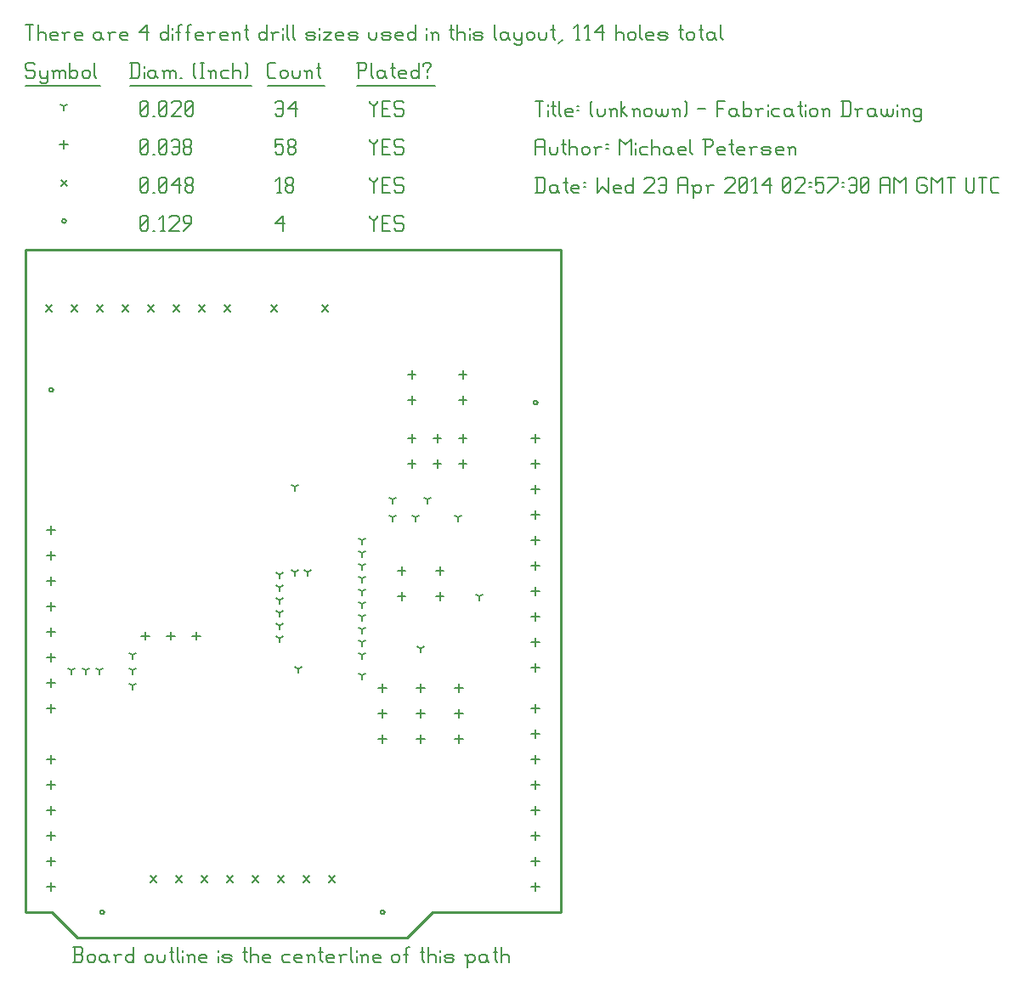
<source format=gbr>
G04 start of page 12 for group -3984 idx -3984 *
G04 Title: (unknown), fab *
G04 Creator: pcb 20110918 *
G04 CreationDate: Wed 23 Apr 2014 02:57:30 AM GMT UTC *
G04 For: railfan *
G04 Format: Gerber/RS-274X *
G04 PCB-Dimensions: 210000 270000 *
G04 PCB-Coordinate-Origin: lower left *
%MOIN*%
%FSLAX25Y25*%
%LNFAB*%
%ADD77C,0.0100*%
%ADD76C,0.0060*%
%ADD75R,0.0080X0.0080*%
G54D75*X139200Y10000D02*G75*G03X140800Y10000I800J0D01*G01*
G75*G03X139200Y10000I-800J0D01*G01*
X199200Y210000D02*G75*G03X200800Y210000I800J0D01*G01*
G75*G03X199200Y210000I-800J0D01*G01*
X9200Y215000D02*G75*G03X10800Y215000I800J0D01*G01*
G75*G03X9200Y215000I-800J0D01*G01*
X29200Y10000D02*G75*G03X30800Y10000I800J0D01*G01*
G75*G03X29200Y10000I-800J0D01*G01*
X14200Y281250D02*G75*G03X15800Y281250I800J0D01*G01*
G75*G03X14200Y281250I-800J0D01*G01*
G54D76*X135000Y283500D02*Y282750D01*
X136500Y281250D01*
X138000Y282750D01*
Y283500D02*Y282750D01*
X136500Y281250D02*Y277500D01*
X139800Y280500D02*X142050D01*
X139800Y277500D02*X142800D01*
X139800Y283500D02*Y277500D01*
Y283500D02*X142800D01*
X147600D02*X148350Y282750D01*
X145350Y283500D02*X147600D01*
X144600Y282750D02*X145350Y283500D01*
X144600Y282750D02*Y281250D01*
X145350Y280500D01*
X147600D01*
X148350Y279750D01*
Y278250D01*
X147600Y277500D02*X148350Y278250D01*
X145350Y277500D02*X147600D01*
X144600Y278250D02*X145350Y277500D01*
X98000Y280500D02*X101000Y283500D01*
X98000Y280500D02*X101750D01*
X101000Y283500D02*Y277500D01*
X45000Y278250D02*X45750Y277500D01*
X45000Y282750D02*Y278250D01*
Y282750D02*X45750Y283500D01*
X47250D01*
X48000Y282750D01*
Y278250D01*
X47250Y277500D02*X48000Y278250D01*
X45750Y277500D02*X47250D01*
X45000Y279000D02*X48000Y282000D01*
X49800Y277500D02*X50550D01*
X53100D02*X54600D01*
X53850Y283500D02*Y277500D01*
X52350Y282000D02*X53850Y283500D01*
X56400Y282750D02*X57150Y283500D01*
X59400D01*
X60150Y282750D01*
Y281250D01*
X56400Y277500D02*X60150Y281250D01*
X56400Y277500D02*X60150D01*
X61950D02*X64950Y280500D01*
Y282750D02*Y280500D01*
X64200Y283500D02*X64950Y282750D01*
X62700Y283500D02*X64200D01*
X61950Y282750D02*X62700Y283500D01*
X61950Y282750D02*Y281250D01*
X62700Y280500D01*
X64950D01*
X48800Y24200D02*X51200Y21800D01*
X48800D02*X51200Y24200D01*
X58800D02*X61200Y21800D01*
X58800D02*X61200Y24200D01*
X68800D02*X71200Y21800D01*
X68800D02*X71200Y24200D01*
X78800D02*X81200Y21800D01*
X78800D02*X81200Y24200D01*
X88800D02*X91200Y21800D01*
X88800D02*X91200Y24200D01*
X98800D02*X101200Y21800D01*
X98800D02*X101200Y24200D01*
X108800D02*X111200Y21800D01*
X108800D02*X111200Y24200D01*
X118800D02*X121200Y21800D01*
X118800D02*X121200Y24200D01*
X77800Y248200D02*X80200Y245800D01*
X77800D02*X80200Y248200D01*
X67800D02*X70200Y245800D01*
X67800D02*X70200Y248200D01*
X57800D02*X60200Y245800D01*
X57800D02*X60200Y248200D01*
X47800D02*X50200Y245800D01*
X47800D02*X50200Y248200D01*
X37800D02*X40200Y245800D01*
X37800D02*X40200Y248200D01*
X27800D02*X30200Y245800D01*
X27800D02*X30200Y248200D01*
X17800D02*X20200Y245800D01*
X17800D02*X20200Y248200D01*
X7800D02*X10200Y245800D01*
X7800D02*X10200Y248200D01*
X116300D02*X118700Y245800D01*
X116300D02*X118700Y248200D01*
X96300D02*X98700Y245800D01*
X96300D02*X98700Y248200D01*
X13800Y297450D02*X16200Y295050D01*
X13800D02*X16200Y297450D01*
X135000Y298500D02*Y297750D01*
X136500Y296250D01*
X138000Y297750D01*
Y298500D02*Y297750D01*
X136500Y296250D02*Y292500D01*
X139800Y295500D02*X142050D01*
X139800Y292500D02*X142800D01*
X139800Y298500D02*Y292500D01*
Y298500D02*X142800D01*
X147600D02*X148350Y297750D01*
X145350Y298500D02*X147600D01*
X144600Y297750D02*X145350Y298500D01*
X144600Y297750D02*Y296250D01*
X145350Y295500D01*
X147600D01*
X148350Y294750D01*
Y293250D01*
X147600Y292500D02*X148350Y293250D01*
X145350Y292500D02*X147600D01*
X144600Y293250D02*X145350Y292500D01*
X98750D02*X100250D01*
X99500Y298500D02*Y292500D01*
X98000Y297000D02*X99500Y298500D01*
X102050Y293250D02*X102800Y292500D01*
X102050Y294750D02*Y293250D01*
Y294750D02*X102800Y295500D01*
X104300D01*
X105050Y294750D01*
Y293250D01*
X104300Y292500D02*X105050Y293250D01*
X102800Y292500D02*X104300D01*
X102050Y296250D02*X102800Y295500D01*
X102050Y297750D02*Y296250D01*
Y297750D02*X102800Y298500D01*
X104300D01*
X105050Y297750D01*
Y296250D01*
X104300Y295500D02*X105050Y296250D01*
X45000Y293250D02*X45750Y292500D01*
X45000Y297750D02*Y293250D01*
Y297750D02*X45750Y298500D01*
X47250D01*
X48000Y297750D01*
Y293250D01*
X47250Y292500D02*X48000Y293250D01*
X45750Y292500D02*X47250D01*
X45000Y294000D02*X48000Y297000D01*
X49800Y292500D02*X50550D01*
X52350Y293250D02*X53100Y292500D01*
X52350Y297750D02*Y293250D01*
Y297750D02*X53100Y298500D01*
X54600D01*
X55350Y297750D01*
Y293250D01*
X54600Y292500D02*X55350Y293250D01*
X53100Y292500D02*X54600D01*
X52350Y294000D02*X55350Y297000D01*
X57150Y295500D02*X60150Y298500D01*
X57150Y295500D02*X60900D01*
X60150Y298500D02*Y292500D01*
X62700Y293250D02*X63450Y292500D01*
X62700Y294750D02*Y293250D01*
Y294750D02*X63450Y295500D01*
X64950D01*
X65700Y294750D01*
Y293250D01*
X64950Y292500D02*X65700Y293250D01*
X63450Y292500D02*X64950D01*
X62700Y296250D02*X63450Y295500D01*
X62700Y297750D02*Y296250D01*
Y297750D02*X63450Y298500D01*
X64950D01*
X65700Y297750D01*
Y296250D01*
X64950Y295500D02*X65700Y296250D01*
X10000Y161600D02*Y158400D01*
X8400Y160000D02*X11600D01*
X10000Y151600D02*Y148400D01*
X8400Y150000D02*X11600D01*
X10000Y141600D02*Y138400D01*
X8400Y140000D02*X11600D01*
X10000Y131600D02*Y128400D01*
X8400Y130000D02*X11600D01*
X10000Y121600D02*Y118400D01*
X8400Y120000D02*X11600D01*
X10000Y111600D02*Y108400D01*
X8400Y110000D02*X11600D01*
X10000Y101600D02*Y98400D01*
X8400Y100000D02*X11600D01*
X10000Y91600D02*Y88400D01*
X8400Y90000D02*X11600D01*
X10000Y71600D02*Y68400D01*
X8400Y70000D02*X11600D01*
X10000Y61600D02*Y58400D01*
X8400Y60000D02*X11600D01*
X10000Y51600D02*Y48400D01*
X8400Y50000D02*X11600D01*
X10000Y41600D02*Y38400D01*
X8400Y40000D02*X11600D01*
X10000Y31600D02*Y28400D01*
X8400Y30000D02*X11600D01*
X10000Y21600D02*Y18400D01*
X8400Y20000D02*X11600D01*
X200000Y21600D02*Y18400D01*
X198400Y20000D02*X201600D01*
X200000Y31600D02*Y28400D01*
X198400Y30000D02*X201600D01*
X200000Y41600D02*Y38400D01*
X198400Y40000D02*X201600D01*
X200000Y51600D02*Y48400D01*
X198400Y50000D02*X201600D01*
X200000Y61600D02*Y58400D01*
X198400Y60000D02*X201600D01*
X200000Y71600D02*Y68400D01*
X198400Y70000D02*X201600D01*
X200000Y81600D02*Y78400D01*
X198400Y80000D02*X201600D01*
X200000Y91600D02*Y88400D01*
X198400Y90000D02*X201600D01*
X200000Y107600D02*Y104400D01*
X198400Y106000D02*X201600D01*
X200000Y117600D02*Y114400D01*
X198400Y116000D02*X201600D01*
X200000Y127600D02*Y124400D01*
X198400Y126000D02*X201600D01*
X200000Y137600D02*Y134400D01*
X198400Y136000D02*X201600D01*
X200000Y147600D02*Y144400D01*
X198400Y146000D02*X201600D01*
X200000Y157600D02*Y154400D01*
X198400Y156000D02*X201600D01*
X200000Y167600D02*Y164400D01*
X198400Y166000D02*X201600D01*
X200000Y177600D02*Y174400D01*
X198400Y176000D02*X201600D01*
X200000Y187600D02*Y184400D01*
X198400Y186000D02*X201600D01*
X200000Y197600D02*Y194400D01*
X198400Y196000D02*X201600D01*
X47000Y120100D02*Y116900D01*
X45400Y118500D02*X48600D01*
X57000Y120100D02*Y116900D01*
X55400Y118500D02*X58600D01*
X67000Y120100D02*Y116900D01*
X65400Y118500D02*X68600D01*
X151500Y187600D02*Y184400D01*
X149900Y186000D02*X153100D01*
X161500Y187600D02*Y184400D01*
X159900Y186000D02*X163100D01*
X171500Y187600D02*Y184400D01*
X169900Y186000D02*X173100D01*
X151500Y197600D02*Y194400D01*
X149900Y196000D02*X153100D01*
X161500Y197600D02*Y194400D01*
X159900Y196000D02*X163100D01*
X171500Y197600D02*Y194400D01*
X169900Y196000D02*X173100D01*
X171500Y222600D02*Y219400D01*
X169900Y221000D02*X173100D01*
X171500Y212600D02*Y209400D01*
X169900Y211000D02*X173100D01*
X151500Y222600D02*Y219400D01*
X149900Y221000D02*X153100D01*
X151500Y212600D02*Y209400D01*
X149900Y211000D02*X153100D01*
X162500Y145600D02*Y142400D01*
X160900Y144000D02*X164100D01*
X162500Y135600D02*Y132400D01*
X160900Y134000D02*X164100D01*
X147500Y145600D02*Y142400D01*
X145900Y144000D02*X149100D01*
X147500Y135600D02*Y132400D01*
X145900Y134000D02*X149100D01*
X140000Y99600D02*Y96400D01*
X138400Y98000D02*X141600D01*
X140000Y89600D02*Y86400D01*
X138400Y88000D02*X141600D01*
X140000Y79600D02*Y76400D01*
X138400Y78000D02*X141600D01*
X155000Y99600D02*Y96400D01*
X153400Y98000D02*X156600D01*
X155000Y89600D02*Y86400D01*
X153400Y88000D02*X156600D01*
X155000Y79600D02*Y76400D01*
X153400Y78000D02*X156600D01*
X170000Y99600D02*Y96400D01*
X168400Y98000D02*X171600D01*
X170000Y89600D02*Y86400D01*
X168400Y88000D02*X171600D01*
X170000Y79600D02*Y76400D01*
X168400Y78000D02*X171600D01*
X15000Y312850D02*Y309650D01*
X13400Y311250D02*X16600D01*
X135000Y313500D02*Y312750D01*
X136500Y311250D01*
X138000Y312750D01*
Y313500D02*Y312750D01*
X136500Y311250D02*Y307500D01*
X139800Y310500D02*X142050D01*
X139800Y307500D02*X142800D01*
X139800Y313500D02*Y307500D01*
Y313500D02*X142800D01*
X147600D02*X148350Y312750D01*
X145350Y313500D02*X147600D01*
X144600Y312750D02*X145350Y313500D01*
X144600Y312750D02*Y311250D01*
X145350Y310500D01*
X147600D01*
X148350Y309750D01*
Y308250D01*
X147600Y307500D02*X148350Y308250D01*
X145350Y307500D02*X147600D01*
X144600Y308250D02*X145350Y307500D01*
X98000Y313500D02*X101000D01*
X98000D02*Y310500D01*
X98750Y311250D01*
X100250D01*
X101000Y310500D01*
Y308250D01*
X100250Y307500D02*X101000Y308250D01*
X98750Y307500D02*X100250D01*
X98000Y308250D02*X98750Y307500D01*
X102800Y308250D02*X103550Y307500D01*
X102800Y309750D02*Y308250D01*
Y309750D02*X103550Y310500D01*
X105050D01*
X105800Y309750D01*
Y308250D01*
X105050Y307500D02*X105800Y308250D01*
X103550Y307500D02*X105050D01*
X102800Y311250D02*X103550Y310500D01*
X102800Y312750D02*Y311250D01*
Y312750D02*X103550Y313500D01*
X105050D01*
X105800Y312750D01*
Y311250D01*
X105050Y310500D02*X105800Y311250D01*
X45000Y308250D02*X45750Y307500D01*
X45000Y312750D02*Y308250D01*
Y312750D02*X45750Y313500D01*
X47250D01*
X48000Y312750D01*
Y308250D01*
X47250Y307500D02*X48000Y308250D01*
X45750Y307500D02*X47250D01*
X45000Y309000D02*X48000Y312000D01*
X49800Y307500D02*X50550D01*
X52350Y308250D02*X53100Y307500D01*
X52350Y312750D02*Y308250D01*
Y312750D02*X53100Y313500D01*
X54600D01*
X55350Y312750D01*
Y308250D01*
X54600Y307500D02*X55350Y308250D01*
X53100Y307500D02*X54600D01*
X52350Y309000D02*X55350Y312000D01*
X57150Y312750D02*X57900Y313500D01*
X59400D01*
X60150Y312750D01*
Y308250D01*
X59400Y307500D02*X60150Y308250D01*
X57900Y307500D02*X59400D01*
X57150Y308250D02*X57900Y307500D01*
Y310500D02*X60150D01*
X61950Y308250D02*X62700Y307500D01*
X61950Y309750D02*Y308250D01*
Y309750D02*X62700Y310500D01*
X64200D01*
X64950Y309750D01*
Y308250D01*
X64200Y307500D02*X64950Y308250D01*
X62700Y307500D02*X64200D01*
X61950Y311250D02*X62700Y310500D01*
X61950Y312750D02*Y311250D01*
Y312750D02*X62700Y313500D01*
X64200D01*
X64950Y312750D01*
Y311250D01*
X64200Y310500D02*X64950Y311250D01*
X169500Y165000D02*Y163400D01*
Y165000D02*X170887Y165800D01*
X169500Y165000D02*X168113Y165800D01*
X153000Y165000D02*Y163400D01*
Y165000D02*X154387Y165800D01*
X153000Y165000D02*X151613Y165800D01*
X178000Y134000D02*Y132400D01*
Y134000D02*X179387Y134800D01*
X178000Y134000D02*X176613Y134800D01*
X132000Y103000D02*Y101400D01*
Y103000D02*X133387Y103800D01*
X132000Y103000D02*X130613Y103800D01*
X132000Y111000D02*Y109400D01*
Y111000D02*X133387Y111800D01*
X132000Y111000D02*X130613Y111800D01*
X132000Y116000D02*Y114400D01*
Y116000D02*X133387Y116800D01*
X132000Y116000D02*X130613Y116800D01*
X132000Y126000D02*Y124400D01*
Y126000D02*X133387Y126800D01*
X132000Y126000D02*X130613Y126800D01*
X132000Y131000D02*Y129400D01*
Y131000D02*X133387Y131800D01*
X132000Y131000D02*X130613Y131800D01*
X132000Y136000D02*Y134400D01*
Y136000D02*X133387Y136800D01*
X132000Y136000D02*X130613Y136800D01*
X132000Y141000D02*Y139400D01*
Y141000D02*X133387Y141800D01*
X132000Y141000D02*X130613Y141800D01*
X132000Y146000D02*Y144400D01*
Y146000D02*X133387Y146800D01*
X132000Y146000D02*X130613Y146800D01*
X132000Y151000D02*Y149400D01*
Y151000D02*X133387Y151800D01*
X132000Y151000D02*X130613Y151800D01*
X132000Y156000D02*Y154400D01*
Y156000D02*X133387Y156800D01*
X132000Y156000D02*X130613Y156800D01*
X105500Y143500D02*Y141900D01*
Y143500D02*X106887Y144300D01*
X105500Y143500D02*X104113Y144300D01*
X110500Y143500D02*Y141900D01*
Y143500D02*X111887Y144300D01*
X110500Y143500D02*X109113Y144300D01*
X107000Y105500D02*Y103900D01*
Y105500D02*X108387Y106300D01*
X107000Y105500D02*X105613Y106300D01*
X99500Y142500D02*Y140900D01*
Y142500D02*X100887Y143300D01*
X99500Y142500D02*X98113Y143300D01*
X99500Y137500D02*Y135900D01*
Y137500D02*X100887Y138300D01*
X99500Y137500D02*X98113Y138300D01*
X99500Y132500D02*Y130900D01*
Y132500D02*X100887Y133300D01*
X99500Y132500D02*X98113Y133300D01*
X99500Y127500D02*Y125900D01*
Y127500D02*X100887Y128300D01*
X99500Y127500D02*X98113Y128300D01*
X99500Y122500D02*Y120900D01*
Y122500D02*X100887Y123300D01*
X99500Y122500D02*X98113Y123300D01*
X99500Y117500D02*Y115900D01*
Y117500D02*X100887Y118300D01*
X99500Y117500D02*X98113Y118300D01*
X132000Y121000D02*Y119400D01*
Y121000D02*X133387Y121800D01*
X132000Y121000D02*X130613Y121800D01*
X157500Y172000D02*Y170400D01*
Y172000D02*X158887Y172800D01*
X157500Y172000D02*X156113Y172800D01*
X144000Y172000D02*Y170400D01*
Y172000D02*X145387Y172800D01*
X144000Y172000D02*X142613Y172800D01*
X144000Y165000D02*Y163400D01*
Y165000D02*X145387Y165800D01*
X144000Y165000D02*X142613Y165800D01*
X105500Y177000D02*Y175400D01*
Y177000D02*X106887Y177800D01*
X105500Y177000D02*X104113Y177800D01*
X155000Y113500D02*Y111900D01*
Y113500D02*X156387Y114300D01*
X155000Y113500D02*X153613Y114300D01*
X42000Y111000D02*Y109400D01*
Y111000D02*X43387Y111800D01*
X42000Y111000D02*X40613Y111800D01*
X42000Y105000D02*Y103400D01*
Y105000D02*X43387Y105800D01*
X42000Y105000D02*X40613Y105800D01*
X42000Y99000D02*Y97400D01*
Y99000D02*X43387Y99800D01*
X42000Y99000D02*X40613Y99800D01*
X18000Y105000D02*Y103400D01*
Y105000D02*X19387Y105800D01*
X18000Y105000D02*X16613Y105800D01*
X23500Y105000D02*Y103400D01*
Y105000D02*X24887Y105800D01*
X23500Y105000D02*X22113Y105800D01*
X29000Y105000D02*Y103400D01*
Y105000D02*X30387Y105800D01*
X29000Y105000D02*X27613Y105800D01*
X15000Y326250D02*Y324650D01*
Y326250D02*X16387Y327050D01*
X15000Y326250D02*X13613Y327050D01*
X135000Y328500D02*Y327750D01*
X136500Y326250D01*
X138000Y327750D01*
Y328500D02*Y327750D01*
X136500Y326250D02*Y322500D01*
X139800Y325500D02*X142050D01*
X139800Y322500D02*X142800D01*
X139800Y328500D02*Y322500D01*
Y328500D02*X142800D01*
X147600D02*X148350Y327750D01*
X145350Y328500D02*X147600D01*
X144600Y327750D02*X145350Y328500D01*
X144600Y327750D02*Y326250D01*
X145350Y325500D01*
X147600D01*
X148350Y324750D01*
Y323250D01*
X147600Y322500D02*X148350Y323250D01*
X145350Y322500D02*X147600D01*
X144600Y323250D02*X145350Y322500D01*
X98000Y327750D02*X98750Y328500D01*
X100250D01*
X101000Y327750D01*
Y323250D01*
X100250Y322500D02*X101000Y323250D01*
X98750Y322500D02*X100250D01*
X98000Y323250D02*X98750Y322500D01*
Y325500D02*X101000D01*
X102800D02*X105800Y328500D01*
X102800Y325500D02*X106550D01*
X105800Y328500D02*Y322500D01*
X45000Y323250D02*X45750Y322500D01*
X45000Y327750D02*Y323250D01*
Y327750D02*X45750Y328500D01*
X47250D01*
X48000Y327750D01*
Y323250D01*
X47250Y322500D02*X48000Y323250D01*
X45750Y322500D02*X47250D01*
X45000Y324000D02*X48000Y327000D01*
X49800Y322500D02*X50550D01*
X52350Y323250D02*X53100Y322500D01*
X52350Y327750D02*Y323250D01*
Y327750D02*X53100Y328500D01*
X54600D01*
X55350Y327750D01*
Y323250D01*
X54600Y322500D02*X55350Y323250D01*
X53100Y322500D02*X54600D01*
X52350Y324000D02*X55350Y327000D01*
X57150Y327750D02*X57900Y328500D01*
X60150D01*
X60900Y327750D01*
Y326250D01*
X57150Y322500D02*X60900Y326250D01*
X57150Y322500D02*X60900D01*
X62700Y323250D02*X63450Y322500D01*
X62700Y327750D02*Y323250D01*
Y327750D02*X63450Y328500D01*
X64950D01*
X65700Y327750D01*
Y323250D01*
X64950Y322500D02*X65700Y323250D01*
X63450Y322500D02*X64950D01*
X62700Y324000D02*X65700Y327000D01*
X3000Y343500D02*X3750Y342750D01*
X750Y343500D02*X3000D01*
X0Y342750D02*X750Y343500D01*
X0Y342750D02*Y341250D01*
X750Y340500D01*
X3000D01*
X3750Y339750D01*
Y338250D01*
X3000Y337500D02*X3750Y338250D01*
X750Y337500D02*X3000D01*
X0Y338250D02*X750Y337500D01*
X5550Y340500D02*Y338250D01*
X6300Y337500D01*
X8550Y340500D02*Y336000D01*
X7800Y335250D02*X8550Y336000D01*
X6300Y335250D02*X7800D01*
X5550Y336000D02*X6300Y335250D01*
Y337500D02*X7800D01*
X8550Y338250D01*
X11100Y339750D02*Y337500D01*
Y339750D02*X11850Y340500D01*
X12600D01*
X13350Y339750D01*
Y337500D01*
Y339750D02*X14100Y340500D01*
X14850D01*
X15600Y339750D01*
Y337500D01*
X10350Y340500D02*X11100Y339750D01*
X17400Y343500D02*Y337500D01*
Y338250D02*X18150Y337500D01*
X19650D01*
X20400Y338250D01*
Y339750D02*Y338250D01*
X19650Y340500D02*X20400Y339750D01*
X18150Y340500D02*X19650D01*
X17400Y339750D02*X18150Y340500D01*
X22200Y339750D02*Y338250D01*
Y339750D02*X22950Y340500D01*
X24450D01*
X25200Y339750D01*
Y338250D01*
X24450Y337500D02*X25200Y338250D01*
X22950Y337500D02*X24450D01*
X22200Y338250D02*X22950Y337500D01*
X27000Y343500D02*Y338250D01*
X27750Y337500D01*
X0Y334250D02*X29250D01*
X41750Y343500D02*Y337500D01*
X44000Y343500D02*X44750Y342750D01*
Y338250D01*
X44000Y337500D02*X44750Y338250D01*
X41000Y337500D02*X44000D01*
X41000Y343500D02*X44000D01*
X46550Y342000D02*Y341250D01*
Y339750D02*Y337500D01*
X50300Y340500D02*X51050Y339750D01*
X48800Y340500D02*X50300D01*
X48050Y339750D02*X48800Y340500D01*
X48050Y339750D02*Y338250D01*
X48800Y337500D01*
X51050Y340500D02*Y338250D01*
X51800Y337500D01*
X48800D02*X50300D01*
X51050Y338250D01*
X54350Y339750D02*Y337500D01*
Y339750D02*X55100Y340500D01*
X55850D01*
X56600Y339750D01*
Y337500D01*
Y339750D02*X57350Y340500D01*
X58100D01*
X58850Y339750D01*
Y337500D01*
X53600Y340500D02*X54350Y339750D01*
X60650Y337500D02*X61400D01*
X65900Y338250D02*X66650Y337500D01*
X65900Y342750D02*X66650Y343500D01*
X65900Y342750D02*Y338250D01*
X68450Y343500D02*X69950D01*
X69200D02*Y337500D01*
X68450D02*X69950D01*
X72500Y339750D02*Y337500D01*
Y339750D02*X73250Y340500D01*
X74000D01*
X74750Y339750D01*
Y337500D01*
X71750Y340500D02*X72500Y339750D01*
X77300Y340500D02*X79550D01*
X76550Y339750D02*X77300Y340500D01*
X76550Y339750D02*Y338250D01*
X77300Y337500D01*
X79550D01*
X81350Y343500D02*Y337500D01*
Y339750D02*X82100Y340500D01*
X83600D01*
X84350Y339750D01*
Y337500D01*
X86150Y343500D02*X86900Y342750D01*
Y338250D01*
X86150Y337500D02*X86900Y338250D01*
X41000Y334250D02*X88700D01*
X95750Y337500D02*X98000D01*
X95000Y338250D02*X95750Y337500D01*
X95000Y342750D02*Y338250D01*
Y342750D02*X95750Y343500D01*
X98000D01*
X99800Y339750D02*Y338250D01*
Y339750D02*X100550Y340500D01*
X102050D01*
X102800Y339750D01*
Y338250D01*
X102050Y337500D02*X102800Y338250D01*
X100550Y337500D02*X102050D01*
X99800Y338250D02*X100550Y337500D01*
X104600Y340500D02*Y338250D01*
X105350Y337500D01*
X106850D01*
X107600Y338250D01*
Y340500D02*Y338250D01*
X110150Y339750D02*Y337500D01*
Y339750D02*X110900Y340500D01*
X111650D01*
X112400Y339750D01*
Y337500D01*
X109400Y340500D02*X110150Y339750D01*
X114950Y343500D02*Y338250D01*
X115700Y337500D01*
X114200Y341250D02*X115700D01*
X95000Y334250D02*X117200D01*
X130750Y343500D02*Y337500D01*
X130000Y343500D02*X133000D01*
X133750Y342750D01*
Y341250D01*
X133000Y340500D02*X133750Y341250D01*
X130750Y340500D02*X133000D01*
X135550Y343500D02*Y338250D01*
X136300Y337500D01*
X140050Y340500D02*X140800Y339750D01*
X138550Y340500D02*X140050D01*
X137800Y339750D02*X138550Y340500D01*
X137800Y339750D02*Y338250D01*
X138550Y337500D01*
X140800Y340500D02*Y338250D01*
X141550Y337500D01*
X138550D02*X140050D01*
X140800Y338250D01*
X144100Y343500D02*Y338250D01*
X144850Y337500D01*
X143350Y341250D02*X144850D01*
X147100Y337500D02*X149350D01*
X146350Y338250D02*X147100Y337500D01*
X146350Y339750D02*Y338250D01*
Y339750D02*X147100Y340500D01*
X148600D01*
X149350Y339750D01*
X146350Y339000D02*X149350D01*
Y339750D02*Y339000D01*
X154150Y343500D02*Y337500D01*
X153400D02*X154150Y338250D01*
X151900Y337500D02*X153400D01*
X151150Y338250D02*X151900Y337500D01*
X151150Y339750D02*Y338250D01*
Y339750D02*X151900Y340500D01*
X153400D01*
X154150Y339750D01*
X157450Y340500D02*Y339750D01*
Y338250D02*Y337500D01*
X155950Y342750D02*Y342000D01*
Y342750D02*X156700Y343500D01*
X158200D01*
X158950Y342750D01*
Y342000D01*
X157450Y340500D02*X158950Y342000D01*
X130000Y334250D02*X160750D01*
X0Y358500D02*X3000D01*
X1500D02*Y352500D01*
X4800Y358500D02*Y352500D01*
Y354750D02*X5550Y355500D01*
X7050D01*
X7800Y354750D01*
Y352500D01*
X10350D02*X12600D01*
X9600Y353250D02*X10350Y352500D01*
X9600Y354750D02*Y353250D01*
Y354750D02*X10350Y355500D01*
X11850D01*
X12600Y354750D01*
X9600Y354000D02*X12600D01*
Y354750D02*Y354000D01*
X15150Y354750D02*Y352500D01*
Y354750D02*X15900Y355500D01*
X17400D01*
X14400D02*X15150Y354750D01*
X19950Y352500D02*X22200D01*
X19200Y353250D02*X19950Y352500D01*
X19200Y354750D02*Y353250D01*
Y354750D02*X19950Y355500D01*
X21450D01*
X22200Y354750D01*
X19200Y354000D02*X22200D01*
Y354750D02*Y354000D01*
X28950Y355500D02*X29700Y354750D01*
X27450Y355500D02*X28950D01*
X26700Y354750D02*X27450Y355500D01*
X26700Y354750D02*Y353250D01*
X27450Y352500D01*
X29700Y355500D02*Y353250D01*
X30450Y352500D01*
X27450D02*X28950D01*
X29700Y353250D01*
X33000Y354750D02*Y352500D01*
Y354750D02*X33750Y355500D01*
X35250D01*
X32250D02*X33000Y354750D01*
X37800Y352500D02*X40050D01*
X37050Y353250D02*X37800Y352500D01*
X37050Y354750D02*Y353250D01*
Y354750D02*X37800Y355500D01*
X39300D01*
X40050Y354750D01*
X37050Y354000D02*X40050D01*
Y354750D02*Y354000D01*
X44550Y355500D02*X47550Y358500D01*
X44550Y355500D02*X48300D01*
X47550Y358500D02*Y352500D01*
X55800Y358500D02*Y352500D01*
X55050D02*X55800Y353250D01*
X53550Y352500D02*X55050D01*
X52800Y353250D02*X53550Y352500D01*
X52800Y354750D02*Y353250D01*
Y354750D02*X53550Y355500D01*
X55050D01*
X55800Y354750D01*
X57600Y357000D02*Y356250D01*
Y354750D02*Y352500D01*
X59850Y357750D02*Y352500D01*
Y357750D02*X60600Y358500D01*
X61350D01*
X59100Y355500D02*X60600D01*
X63600Y357750D02*Y352500D01*
Y357750D02*X64350Y358500D01*
X65100D01*
X62850Y355500D02*X64350D01*
X67350Y352500D02*X69600D01*
X66600Y353250D02*X67350Y352500D01*
X66600Y354750D02*Y353250D01*
Y354750D02*X67350Y355500D01*
X68850D01*
X69600Y354750D01*
X66600Y354000D02*X69600D01*
Y354750D02*Y354000D01*
X72150Y354750D02*Y352500D01*
Y354750D02*X72900Y355500D01*
X74400D01*
X71400D02*X72150Y354750D01*
X76950Y352500D02*X79200D01*
X76200Y353250D02*X76950Y352500D01*
X76200Y354750D02*Y353250D01*
Y354750D02*X76950Y355500D01*
X78450D01*
X79200Y354750D01*
X76200Y354000D02*X79200D01*
Y354750D02*Y354000D01*
X81750Y354750D02*Y352500D01*
Y354750D02*X82500Y355500D01*
X83250D01*
X84000Y354750D01*
Y352500D01*
X81000Y355500D02*X81750Y354750D01*
X86550Y358500D02*Y353250D01*
X87300Y352500D01*
X85800Y356250D02*X87300D01*
X94500Y358500D02*Y352500D01*
X93750D02*X94500Y353250D01*
X92250Y352500D02*X93750D01*
X91500Y353250D02*X92250Y352500D01*
X91500Y354750D02*Y353250D01*
Y354750D02*X92250Y355500D01*
X93750D01*
X94500Y354750D01*
X97050D02*Y352500D01*
Y354750D02*X97800Y355500D01*
X99300D01*
X96300D02*X97050Y354750D01*
X101100Y357000D02*Y356250D01*
Y354750D02*Y352500D01*
X102600Y358500D02*Y353250D01*
X103350Y352500D01*
X104850Y358500D02*Y353250D01*
X105600Y352500D01*
X110550D02*X112800D01*
X113550Y353250D01*
X112800Y354000D02*X113550Y353250D01*
X110550Y354000D02*X112800D01*
X109800Y354750D02*X110550Y354000D01*
X109800Y354750D02*X110550Y355500D01*
X112800D01*
X113550Y354750D01*
X109800Y353250D02*X110550Y352500D01*
X115350Y357000D02*Y356250D01*
Y354750D02*Y352500D01*
X116850Y355500D02*X119850D01*
X116850Y352500D02*X119850Y355500D01*
X116850Y352500D02*X119850D01*
X122400D02*X124650D01*
X121650Y353250D02*X122400Y352500D01*
X121650Y354750D02*Y353250D01*
Y354750D02*X122400Y355500D01*
X123900D01*
X124650Y354750D01*
X121650Y354000D02*X124650D01*
Y354750D02*Y354000D01*
X127200Y352500D02*X129450D01*
X130200Y353250D01*
X129450Y354000D02*X130200Y353250D01*
X127200Y354000D02*X129450D01*
X126450Y354750D02*X127200Y354000D01*
X126450Y354750D02*X127200Y355500D01*
X129450D01*
X130200Y354750D01*
X126450Y353250D02*X127200Y352500D01*
X134700Y355500D02*Y353250D01*
X135450Y352500D01*
X136950D01*
X137700Y353250D01*
Y355500D02*Y353250D01*
X140250Y352500D02*X142500D01*
X143250Y353250D01*
X142500Y354000D02*X143250Y353250D01*
X140250Y354000D02*X142500D01*
X139500Y354750D02*X140250Y354000D01*
X139500Y354750D02*X140250Y355500D01*
X142500D01*
X143250Y354750D01*
X139500Y353250D02*X140250Y352500D01*
X145800D02*X148050D01*
X145050Y353250D02*X145800Y352500D01*
X145050Y354750D02*Y353250D01*
Y354750D02*X145800Y355500D01*
X147300D01*
X148050Y354750D01*
X145050Y354000D02*X148050D01*
Y354750D02*Y354000D01*
X152850Y358500D02*Y352500D01*
X152100D02*X152850Y353250D01*
X150600Y352500D02*X152100D01*
X149850Y353250D02*X150600Y352500D01*
X149850Y354750D02*Y353250D01*
Y354750D02*X150600Y355500D01*
X152100D01*
X152850Y354750D01*
X157350Y357000D02*Y356250D01*
Y354750D02*Y352500D01*
X159600Y354750D02*Y352500D01*
Y354750D02*X160350Y355500D01*
X161100D01*
X161850Y354750D01*
Y352500D01*
X158850Y355500D02*X159600Y354750D01*
X167100Y358500D02*Y353250D01*
X167850Y352500D01*
X166350Y356250D02*X167850D01*
X169350Y358500D02*Y352500D01*
Y354750D02*X170100Y355500D01*
X171600D01*
X172350Y354750D01*
Y352500D01*
X174150Y357000D02*Y356250D01*
Y354750D02*Y352500D01*
X176400D02*X178650D01*
X179400Y353250D01*
X178650Y354000D02*X179400Y353250D01*
X176400Y354000D02*X178650D01*
X175650Y354750D02*X176400Y354000D01*
X175650Y354750D02*X176400Y355500D01*
X178650D01*
X179400Y354750D01*
X175650Y353250D02*X176400Y352500D01*
X183900Y358500D02*Y353250D01*
X184650Y352500D01*
X188400Y355500D02*X189150Y354750D01*
X186900Y355500D02*X188400D01*
X186150Y354750D02*X186900Y355500D01*
X186150Y354750D02*Y353250D01*
X186900Y352500D01*
X189150Y355500D02*Y353250D01*
X189900Y352500D01*
X186900D02*X188400D01*
X189150Y353250D01*
X191700Y355500D02*Y353250D01*
X192450Y352500D01*
X194700Y355500D02*Y351000D01*
X193950Y350250D02*X194700Y351000D01*
X192450Y350250D02*X193950D01*
X191700Y351000D02*X192450Y350250D01*
Y352500D02*X193950D01*
X194700Y353250D01*
X196500Y354750D02*Y353250D01*
Y354750D02*X197250Y355500D01*
X198750D01*
X199500Y354750D01*
Y353250D01*
X198750Y352500D02*X199500Y353250D01*
X197250Y352500D02*X198750D01*
X196500Y353250D02*X197250Y352500D01*
X201300Y355500D02*Y353250D01*
X202050Y352500D01*
X203550D01*
X204300Y353250D01*
Y355500D02*Y353250D01*
X206850Y358500D02*Y353250D01*
X207600Y352500D01*
X206100Y356250D02*X207600D01*
X209100Y351000D02*X210600Y352500D01*
X215850D02*X217350D01*
X216600Y358500D02*Y352500D01*
X215100Y357000D02*X216600Y358500D01*
X219900Y352500D02*X221400D01*
X220650Y358500D02*Y352500D01*
X219150Y357000D02*X220650Y358500D01*
X223200Y355500D02*X226200Y358500D01*
X223200Y355500D02*X226950D01*
X226200Y358500D02*Y352500D01*
X231450Y358500D02*Y352500D01*
Y354750D02*X232200Y355500D01*
X233700D01*
X234450Y354750D01*
Y352500D01*
X236250Y354750D02*Y353250D01*
Y354750D02*X237000Y355500D01*
X238500D01*
X239250Y354750D01*
Y353250D01*
X238500Y352500D02*X239250Y353250D01*
X237000Y352500D02*X238500D01*
X236250Y353250D02*X237000Y352500D01*
X241050Y358500D02*Y353250D01*
X241800Y352500D01*
X244050D02*X246300D01*
X243300Y353250D02*X244050Y352500D01*
X243300Y354750D02*Y353250D01*
Y354750D02*X244050Y355500D01*
X245550D01*
X246300Y354750D01*
X243300Y354000D02*X246300D01*
Y354750D02*Y354000D01*
X248850Y352500D02*X251100D01*
X251850Y353250D01*
X251100Y354000D02*X251850Y353250D01*
X248850Y354000D02*X251100D01*
X248100Y354750D02*X248850Y354000D01*
X248100Y354750D02*X248850Y355500D01*
X251100D01*
X251850Y354750D01*
X248100Y353250D02*X248850Y352500D01*
X257100Y358500D02*Y353250D01*
X257850Y352500D01*
X256350Y356250D02*X257850D01*
X259350Y354750D02*Y353250D01*
Y354750D02*X260100Y355500D01*
X261600D01*
X262350Y354750D01*
Y353250D01*
X261600Y352500D02*X262350Y353250D01*
X260100Y352500D02*X261600D01*
X259350Y353250D02*X260100Y352500D01*
X264900Y358500D02*Y353250D01*
X265650Y352500D01*
X264150Y356250D02*X265650D01*
X269400Y355500D02*X270150Y354750D01*
X267900Y355500D02*X269400D01*
X267150Y354750D02*X267900Y355500D01*
X267150Y354750D02*Y353250D01*
X267900Y352500D01*
X270150Y355500D02*Y353250D01*
X270900Y352500D01*
X267900D02*X269400D01*
X270150Y353250D01*
X272700Y358500D02*Y353250D01*
X273450Y352500D01*
G54D77*X0Y270000D02*Y10000D01*
X210000D02*Y270000D01*
X0D01*
Y10000D02*X10300D01*
X20300Y0D01*
X149700D01*
X159700Y10000D01*
X210000D01*
G54D76*X18675Y-9500D02*X21675D01*
X22425Y-8750D01*
Y-7250D02*Y-8750D01*
X21675Y-6500D02*X22425Y-7250D01*
X19425Y-6500D02*X21675D01*
X19425Y-3500D02*Y-9500D01*
X18675Y-3500D02*X21675D01*
X22425Y-4250D01*
Y-5750D01*
X21675Y-6500D02*X22425Y-5750D01*
X24225Y-7250D02*Y-8750D01*
Y-7250D02*X24975Y-6500D01*
X26475D01*
X27225Y-7250D01*
Y-8750D01*
X26475Y-9500D02*X27225Y-8750D01*
X24975Y-9500D02*X26475D01*
X24225Y-8750D02*X24975Y-9500D01*
X31275Y-6500D02*X32025Y-7250D01*
X29775Y-6500D02*X31275D01*
X29025Y-7250D02*X29775Y-6500D01*
X29025Y-7250D02*Y-8750D01*
X29775Y-9500D01*
X32025Y-6500D02*Y-8750D01*
X32775Y-9500D01*
X29775D02*X31275D01*
X32025Y-8750D01*
X35325Y-7250D02*Y-9500D01*
Y-7250D02*X36075Y-6500D01*
X37575D01*
X34575D02*X35325Y-7250D01*
X42375Y-3500D02*Y-9500D01*
X41625D02*X42375Y-8750D01*
X40125Y-9500D02*X41625D01*
X39375Y-8750D02*X40125Y-9500D01*
X39375Y-7250D02*Y-8750D01*
Y-7250D02*X40125Y-6500D01*
X41625D01*
X42375Y-7250D01*
X46875D02*Y-8750D01*
Y-7250D02*X47625Y-6500D01*
X49125D01*
X49875Y-7250D01*
Y-8750D01*
X49125Y-9500D02*X49875Y-8750D01*
X47625Y-9500D02*X49125D01*
X46875Y-8750D02*X47625Y-9500D01*
X51675Y-6500D02*Y-8750D01*
X52425Y-9500D01*
X53925D01*
X54675Y-8750D01*
Y-6500D02*Y-8750D01*
X57225Y-3500D02*Y-8750D01*
X57975Y-9500D01*
X56475Y-5750D02*X57975D01*
X59475Y-3500D02*Y-8750D01*
X60225Y-9500D01*
X61725Y-5000D02*Y-5750D01*
Y-7250D02*Y-9500D01*
X63975Y-7250D02*Y-9500D01*
Y-7250D02*X64725Y-6500D01*
X65475D01*
X66225Y-7250D01*
Y-9500D01*
X63225Y-6500D02*X63975Y-7250D01*
X68775Y-9500D02*X71025D01*
X68025Y-8750D02*X68775Y-9500D01*
X68025Y-7250D02*Y-8750D01*
Y-7250D02*X68775Y-6500D01*
X70275D01*
X71025Y-7250D01*
X68025Y-8000D02*X71025D01*
Y-7250D02*Y-8000D01*
X75525Y-5000D02*Y-5750D01*
Y-7250D02*Y-9500D01*
X77775D02*X80025D01*
X80775Y-8750D01*
X80025Y-8000D02*X80775Y-8750D01*
X77775Y-8000D02*X80025D01*
X77025Y-7250D02*X77775Y-8000D01*
X77025Y-7250D02*X77775Y-6500D01*
X80025D01*
X80775Y-7250D01*
X77025Y-8750D02*X77775Y-9500D01*
X86025Y-3500D02*Y-8750D01*
X86775Y-9500D01*
X85275Y-5750D02*X86775D01*
X88275Y-3500D02*Y-9500D01*
Y-7250D02*X89025Y-6500D01*
X90525D01*
X91275Y-7250D01*
Y-9500D01*
X93825D02*X96075D01*
X93075Y-8750D02*X93825Y-9500D01*
X93075Y-7250D02*Y-8750D01*
Y-7250D02*X93825Y-6500D01*
X95325D01*
X96075Y-7250D01*
X93075Y-8000D02*X96075D01*
Y-7250D02*Y-8000D01*
X101325Y-6500D02*X103575D01*
X100575Y-7250D02*X101325Y-6500D01*
X100575Y-7250D02*Y-8750D01*
X101325Y-9500D01*
X103575D01*
X106125D02*X108375D01*
X105375Y-8750D02*X106125Y-9500D01*
X105375Y-7250D02*Y-8750D01*
Y-7250D02*X106125Y-6500D01*
X107625D01*
X108375Y-7250D01*
X105375Y-8000D02*X108375D01*
Y-7250D02*Y-8000D01*
X110925Y-7250D02*Y-9500D01*
Y-7250D02*X111675Y-6500D01*
X112425D01*
X113175Y-7250D01*
Y-9500D01*
X110175Y-6500D02*X110925Y-7250D01*
X115725Y-3500D02*Y-8750D01*
X116475Y-9500D01*
X114975Y-5750D02*X116475D01*
X118725Y-9500D02*X120975D01*
X117975Y-8750D02*X118725Y-9500D01*
X117975Y-7250D02*Y-8750D01*
Y-7250D02*X118725Y-6500D01*
X120225D01*
X120975Y-7250D01*
X117975Y-8000D02*X120975D01*
Y-7250D02*Y-8000D01*
X123525Y-7250D02*Y-9500D01*
Y-7250D02*X124275Y-6500D01*
X125775D01*
X122775D02*X123525Y-7250D01*
X127575Y-3500D02*Y-8750D01*
X128325Y-9500D01*
X129825Y-5000D02*Y-5750D01*
Y-7250D02*Y-9500D01*
X132075Y-7250D02*Y-9500D01*
Y-7250D02*X132825Y-6500D01*
X133575D01*
X134325Y-7250D01*
Y-9500D01*
X131325Y-6500D02*X132075Y-7250D01*
X136875Y-9500D02*X139125D01*
X136125Y-8750D02*X136875Y-9500D01*
X136125Y-7250D02*Y-8750D01*
Y-7250D02*X136875Y-6500D01*
X138375D01*
X139125Y-7250D01*
X136125Y-8000D02*X139125D01*
Y-7250D02*Y-8000D01*
X143625Y-7250D02*Y-8750D01*
Y-7250D02*X144375Y-6500D01*
X145875D01*
X146625Y-7250D01*
Y-8750D01*
X145875Y-9500D02*X146625Y-8750D01*
X144375Y-9500D02*X145875D01*
X143625Y-8750D02*X144375Y-9500D01*
X149175Y-4250D02*Y-9500D01*
Y-4250D02*X149925Y-3500D01*
X150675D01*
X148425Y-6500D02*X149925D01*
X155625Y-3500D02*Y-8750D01*
X156375Y-9500D01*
X154875Y-5750D02*X156375D01*
X157875Y-3500D02*Y-9500D01*
Y-7250D02*X158625Y-6500D01*
X160125D01*
X160875Y-7250D01*
Y-9500D01*
X162675Y-5000D02*Y-5750D01*
Y-7250D02*Y-9500D01*
X164925D02*X167175D01*
X167925Y-8750D01*
X167175Y-8000D02*X167925Y-8750D01*
X164925Y-8000D02*X167175D01*
X164175Y-7250D02*X164925Y-8000D01*
X164175Y-7250D02*X164925Y-6500D01*
X167175D01*
X167925Y-7250D01*
X164175Y-8750D02*X164925Y-9500D01*
X173175Y-7250D02*Y-11750D01*
X172425Y-6500D02*X173175Y-7250D01*
X173925Y-6500D01*
X175425D01*
X176175Y-7250D01*
Y-8750D01*
X175425Y-9500D02*X176175Y-8750D01*
X173925Y-9500D02*X175425D01*
X173175Y-8750D02*X173925Y-9500D01*
X180225Y-6500D02*X180975Y-7250D01*
X178725Y-6500D02*X180225D01*
X177975Y-7250D02*X178725Y-6500D01*
X177975Y-7250D02*Y-8750D01*
X178725Y-9500D01*
X180975Y-6500D02*Y-8750D01*
X181725Y-9500D01*
X178725D02*X180225D01*
X180975Y-8750D01*
X184275Y-3500D02*Y-8750D01*
X185025Y-9500D01*
X183525Y-5750D02*X185025D01*
X186525Y-3500D02*Y-9500D01*
Y-7250D02*X187275Y-6500D01*
X188775D01*
X189525Y-7250D01*
Y-9500D01*
X200750Y298500D02*Y292500D01*
X203000Y298500D02*X203750Y297750D01*
Y293250D01*
X203000Y292500D02*X203750Y293250D01*
X200000Y292500D02*X203000D01*
X200000Y298500D02*X203000D01*
X207800Y295500D02*X208550Y294750D01*
X206300Y295500D02*X207800D01*
X205550Y294750D02*X206300Y295500D01*
X205550Y294750D02*Y293250D01*
X206300Y292500D01*
X208550Y295500D02*Y293250D01*
X209300Y292500D01*
X206300D02*X207800D01*
X208550Y293250D01*
X211850Y298500D02*Y293250D01*
X212600Y292500D01*
X211100Y296250D02*X212600D01*
X214850Y292500D02*X217100D01*
X214100Y293250D02*X214850Y292500D01*
X214100Y294750D02*Y293250D01*
Y294750D02*X214850Y295500D01*
X216350D01*
X217100Y294750D01*
X214100Y294000D02*X217100D01*
Y294750D02*Y294000D01*
X218900Y296250D02*X219650D01*
X218900Y294750D02*X219650D01*
X224150Y298500D02*Y292500D01*
X226400Y294750D01*
X228650Y292500D01*
Y298500D02*Y292500D01*
X231200D02*X233450D01*
X230450Y293250D02*X231200Y292500D01*
X230450Y294750D02*Y293250D01*
Y294750D02*X231200Y295500D01*
X232700D01*
X233450Y294750D01*
X230450Y294000D02*X233450D01*
Y294750D02*Y294000D01*
X238250Y298500D02*Y292500D01*
X237500D02*X238250Y293250D01*
X236000Y292500D02*X237500D01*
X235250Y293250D02*X236000Y292500D01*
X235250Y294750D02*Y293250D01*
Y294750D02*X236000Y295500D01*
X237500D01*
X238250Y294750D01*
X242750Y297750D02*X243500Y298500D01*
X245750D01*
X246500Y297750D01*
Y296250D01*
X242750Y292500D02*X246500Y296250D01*
X242750Y292500D02*X246500D01*
X248300Y297750D02*X249050Y298500D01*
X250550D01*
X251300Y297750D01*
Y293250D01*
X250550Y292500D02*X251300Y293250D01*
X249050Y292500D02*X250550D01*
X248300Y293250D02*X249050Y292500D01*
Y295500D02*X251300D01*
X255800Y297750D02*Y292500D01*
Y297750D02*X256550Y298500D01*
X258800D01*
X259550Y297750D01*
Y292500D01*
X255800Y295500D02*X259550D01*
X262100Y294750D02*Y290250D01*
X261350Y295500D02*X262100Y294750D01*
X262850Y295500D01*
X264350D01*
X265100Y294750D01*
Y293250D01*
X264350Y292500D02*X265100Y293250D01*
X262850Y292500D02*X264350D01*
X262100Y293250D02*X262850Y292500D01*
X267650Y294750D02*Y292500D01*
Y294750D02*X268400Y295500D01*
X269900D01*
X266900D02*X267650Y294750D01*
X274400Y297750D02*X275150Y298500D01*
X277400D01*
X278150Y297750D01*
Y296250D01*
X274400Y292500D02*X278150Y296250D01*
X274400Y292500D02*X278150D01*
X279950Y293250D02*X280700Y292500D01*
X279950Y297750D02*Y293250D01*
Y297750D02*X280700Y298500D01*
X282200D01*
X282950Y297750D01*
Y293250D01*
X282200Y292500D02*X282950Y293250D01*
X280700Y292500D02*X282200D01*
X279950Y294000D02*X282950Y297000D01*
X285500Y292500D02*X287000D01*
X286250Y298500D02*Y292500D01*
X284750Y297000D02*X286250Y298500D01*
X288800Y295500D02*X291800Y298500D01*
X288800Y295500D02*X292550D01*
X291800Y298500D02*Y292500D01*
X297050Y293250D02*X297800Y292500D01*
X297050Y297750D02*Y293250D01*
Y297750D02*X297800Y298500D01*
X299300D01*
X300050Y297750D01*
Y293250D01*
X299300Y292500D02*X300050Y293250D01*
X297800Y292500D02*X299300D01*
X297050Y294000D02*X300050Y297000D01*
X301850Y297750D02*X302600Y298500D01*
X304850D01*
X305600Y297750D01*
Y296250D01*
X301850Y292500D02*X305600Y296250D01*
X301850Y292500D02*X305600D01*
X307400Y296250D02*X308150D01*
X307400Y294750D02*X308150D01*
X309950Y298500D02*X312950D01*
X309950D02*Y295500D01*
X310700Y296250D01*
X312200D01*
X312950Y295500D01*
Y293250D01*
X312200Y292500D02*X312950Y293250D01*
X310700Y292500D02*X312200D01*
X309950Y293250D02*X310700Y292500D01*
X314750D02*X318500Y296250D01*
Y298500D02*Y296250D01*
X314750Y298500D02*X318500D01*
X320300Y296250D02*X321050D01*
X320300Y294750D02*X321050D01*
X322850Y297750D02*X323600Y298500D01*
X325100D01*
X325850Y297750D01*
Y293250D01*
X325100Y292500D02*X325850Y293250D01*
X323600Y292500D02*X325100D01*
X322850Y293250D02*X323600Y292500D01*
Y295500D02*X325850D01*
X327650Y293250D02*X328400Y292500D01*
X327650Y297750D02*Y293250D01*
Y297750D02*X328400Y298500D01*
X329900D01*
X330650Y297750D01*
Y293250D01*
X329900Y292500D02*X330650Y293250D01*
X328400Y292500D02*X329900D01*
X327650Y294000D02*X330650Y297000D01*
X335150Y297750D02*Y292500D01*
Y297750D02*X335900Y298500D01*
X338150D01*
X338900Y297750D01*
Y292500D01*
X335150Y295500D02*X338900D01*
X340700Y298500D02*Y292500D01*
Y298500D02*X342950Y296250D01*
X345200Y298500D01*
Y292500D01*
X352700Y298500D02*X353450Y297750D01*
X350450Y298500D02*X352700D01*
X349700Y297750D02*X350450Y298500D01*
X349700Y297750D02*Y293250D01*
X350450Y292500D01*
X352700D01*
X353450Y293250D01*
Y294750D02*Y293250D01*
X352700Y295500D02*X353450Y294750D01*
X351200Y295500D02*X352700D01*
X355250Y298500D02*Y292500D01*
Y298500D02*X357500Y296250D01*
X359750Y298500D01*
Y292500D01*
X361550Y298500D02*X364550D01*
X363050D02*Y292500D01*
X369050Y298500D02*Y293250D01*
X369800Y292500D01*
X371300D01*
X372050Y293250D01*
Y298500D02*Y293250D01*
X373850Y298500D02*X376850D01*
X375350D02*Y292500D01*
X379400D02*X381650D01*
X378650Y293250D02*X379400Y292500D01*
X378650Y297750D02*Y293250D01*
Y297750D02*X379400Y298500D01*
X381650D01*
X200000Y312750D02*Y307500D01*
Y312750D02*X200750Y313500D01*
X203000D01*
X203750Y312750D01*
Y307500D01*
X200000Y310500D02*X203750D01*
X205550D02*Y308250D01*
X206300Y307500D01*
X207800D01*
X208550Y308250D01*
Y310500D02*Y308250D01*
X211100Y313500D02*Y308250D01*
X211850Y307500D01*
X210350Y311250D02*X211850D01*
X213350Y313500D02*Y307500D01*
Y309750D02*X214100Y310500D01*
X215600D01*
X216350Y309750D01*
Y307500D01*
X218150Y309750D02*Y308250D01*
Y309750D02*X218900Y310500D01*
X220400D01*
X221150Y309750D01*
Y308250D01*
X220400Y307500D02*X221150Y308250D01*
X218900Y307500D02*X220400D01*
X218150Y308250D02*X218900Y307500D01*
X223700Y309750D02*Y307500D01*
Y309750D02*X224450Y310500D01*
X225950D01*
X222950D02*X223700Y309750D01*
X227750Y311250D02*X228500D01*
X227750Y309750D02*X228500D01*
X233000Y313500D02*Y307500D01*
Y313500D02*X235250Y311250D01*
X237500Y313500D01*
Y307500D01*
X239300Y312000D02*Y311250D01*
Y309750D02*Y307500D01*
X241550Y310500D02*X243800D01*
X240800Y309750D02*X241550Y310500D01*
X240800Y309750D02*Y308250D01*
X241550Y307500D01*
X243800D01*
X245600Y313500D02*Y307500D01*
Y309750D02*X246350Y310500D01*
X247850D01*
X248600Y309750D01*
Y307500D01*
X252650Y310500D02*X253400Y309750D01*
X251150Y310500D02*X252650D01*
X250400Y309750D02*X251150Y310500D01*
X250400Y309750D02*Y308250D01*
X251150Y307500D01*
X253400Y310500D02*Y308250D01*
X254150Y307500D01*
X251150D02*X252650D01*
X253400Y308250D01*
X256700Y307500D02*X258950D01*
X255950Y308250D02*X256700Y307500D01*
X255950Y309750D02*Y308250D01*
Y309750D02*X256700Y310500D01*
X258200D01*
X258950Y309750D01*
X255950Y309000D02*X258950D01*
Y309750D02*Y309000D01*
X260750Y313500D02*Y308250D01*
X261500Y307500D01*
X266450Y313500D02*Y307500D01*
X265700Y313500D02*X268700D01*
X269450Y312750D01*
Y311250D01*
X268700Y310500D02*X269450Y311250D01*
X266450Y310500D02*X268700D01*
X272000Y307500D02*X274250D01*
X271250Y308250D02*X272000Y307500D01*
X271250Y309750D02*Y308250D01*
Y309750D02*X272000Y310500D01*
X273500D01*
X274250Y309750D01*
X271250Y309000D02*X274250D01*
Y309750D02*Y309000D01*
X276800Y313500D02*Y308250D01*
X277550Y307500D01*
X276050Y311250D02*X277550D01*
X279800Y307500D02*X282050D01*
X279050Y308250D02*X279800Y307500D01*
X279050Y309750D02*Y308250D01*
Y309750D02*X279800Y310500D01*
X281300D01*
X282050Y309750D01*
X279050Y309000D02*X282050D01*
Y309750D02*Y309000D01*
X284600Y309750D02*Y307500D01*
Y309750D02*X285350Y310500D01*
X286850D01*
X283850D02*X284600Y309750D01*
X289400Y307500D02*X291650D01*
X292400Y308250D01*
X291650Y309000D02*X292400Y308250D01*
X289400Y309000D02*X291650D01*
X288650Y309750D02*X289400Y309000D01*
X288650Y309750D02*X289400Y310500D01*
X291650D01*
X292400Y309750D01*
X288650Y308250D02*X289400Y307500D01*
X294950D02*X297200D01*
X294200Y308250D02*X294950Y307500D01*
X294200Y309750D02*Y308250D01*
Y309750D02*X294950Y310500D01*
X296450D01*
X297200Y309750D01*
X294200Y309000D02*X297200D01*
Y309750D02*Y309000D01*
X299750Y309750D02*Y307500D01*
Y309750D02*X300500Y310500D01*
X301250D01*
X302000Y309750D01*
Y307500D01*
X299000Y310500D02*X299750Y309750D01*
X200000Y328500D02*X203000D01*
X201500D02*Y322500D01*
X204800Y327000D02*Y326250D01*
Y324750D02*Y322500D01*
X207050Y328500D02*Y323250D01*
X207800Y322500D01*
X206300Y326250D02*X207800D01*
X209300Y328500D02*Y323250D01*
X210050Y322500D01*
X212300D02*X214550D01*
X211550Y323250D02*X212300Y322500D01*
X211550Y324750D02*Y323250D01*
Y324750D02*X212300Y325500D01*
X213800D01*
X214550Y324750D01*
X211550Y324000D02*X214550D01*
Y324750D02*Y324000D01*
X216350Y326250D02*X217100D01*
X216350Y324750D02*X217100D01*
X221600Y323250D02*X222350Y322500D01*
X221600Y327750D02*X222350Y328500D01*
X221600Y327750D02*Y323250D01*
X224150Y325500D02*Y323250D01*
X224900Y322500D01*
X226400D01*
X227150Y323250D01*
Y325500D02*Y323250D01*
X229700Y324750D02*Y322500D01*
Y324750D02*X230450Y325500D01*
X231200D01*
X231950Y324750D01*
Y322500D01*
X228950Y325500D02*X229700Y324750D01*
X233750Y328500D02*Y322500D01*
Y324750D02*X236000Y322500D01*
X233750Y324750D02*X235250Y326250D01*
X238550Y324750D02*Y322500D01*
Y324750D02*X239300Y325500D01*
X240050D01*
X240800Y324750D01*
Y322500D01*
X237800Y325500D02*X238550Y324750D01*
X242600D02*Y323250D01*
Y324750D02*X243350Y325500D01*
X244850D01*
X245600Y324750D01*
Y323250D01*
X244850Y322500D02*X245600Y323250D01*
X243350Y322500D02*X244850D01*
X242600Y323250D02*X243350Y322500D01*
X247400Y325500D02*Y323250D01*
X248150Y322500D01*
X248900D01*
X249650Y323250D01*
Y325500D02*Y323250D01*
X250400Y322500D01*
X251150D01*
X251900Y323250D01*
Y325500D02*Y323250D01*
X254450Y324750D02*Y322500D01*
Y324750D02*X255200Y325500D01*
X255950D01*
X256700Y324750D01*
Y322500D01*
X253700Y325500D02*X254450Y324750D01*
X258500Y328500D02*X259250Y327750D01*
Y323250D01*
X258500Y322500D02*X259250Y323250D01*
X263750Y325500D02*X266750D01*
X271250Y328500D02*Y322500D01*
Y328500D02*X274250D01*
X271250Y325500D02*X273500D01*
X278300D02*X279050Y324750D01*
X276800Y325500D02*X278300D01*
X276050Y324750D02*X276800Y325500D01*
X276050Y324750D02*Y323250D01*
X276800Y322500D01*
X279050Y325500D02*Y323250D01*
X279800Y322500D01*
X276800D02*X278300D01*
X279050Y323250D01*
X281600Y328500D02*Y322500D01*
Y323250D02*X282350Y322500D01*
X283850D01*
X284600Y323250D01*
Y324750D02*Y323250D01*
X283850Y325500D02*X284600Y324750D01*
X282350Y325500D02*X283850D01*
X281600Y324750D02*X282350Y325500D01*
X287150Y324750D02*Y322500D01*
Y324750D02*X287900Y325500D01*
X289400D01*
X286400D02*X287150Y324750D01*
X291200Y327000D02*Y326250D01*
Y324750D02*Y322500D01*
X293450Y325500D02*X295700D01*
X292700Y324750D02*X293450Y325500D01*
X292700Y324750D02*Y323250D01*
X293450Y322500D01*
X295700D01*
X299750Y325500D02*X300500Y324750D01*
X298250Y325500D02*X299750D01*
X297500Y324750D02*X298250Y325500D01*
X297500Y324750D02*Y323250D01*
X298250Y322500D01*
X300500Y325500D02*Y323250D01*
X301250Y322500D01*
X298250D02*X299750D01*
X300500Y323250D01*
X303800Y328500D02*Y323250D01*
X304550Y322500D01*
X303050Y326250D02*X304550D01*
X306050Y327000D02*Y326250D01*
Y324750D02*Y322500D01*
X307550Y324750D02*Y323250D01*
Y324750D02*X308300Y325500D01*
X309800D01*
X310550Y324750D01*
Y323250D01*
X309800Y322500D02*X310550Y323250D01*
X308300Y322500D02*X309800D01*
X307550Y323250D02*X308300Y322500D01*
X313100Y324750D02*Y322500D01*
Y324750D02*X313850Y325500D01*
X314600D01*
X315350Y324750D01*
Y322500D01*
X312350Y325500D02*X313100Y324750D01*
X320600Y328500D02*Y322500D01*
X322850Y328500D02*X323600Y327750D01*
Y323250D01*
X322850Y322500D02*X323600Y323250D01*
X319850Y322500D02*X322850D01*
X319850Y328500D02*X322850D01*
X326150Y324750D02*Y322500D01*
Y324750D02*X326900Y325500D01*
X328400D01*
X325400D02*X326150Y324750D01*
X332450Y325500D02*X333200Y324750D01*
X330950Y325500D02*X332450D01*
X330200Y324750D02*X330950Y325500D01*
X330200Y324750D02*Y323250D01*
X330950Y322500D01*
X333200Y325500D02*Y323250D01*
X333950Y322500D01*
X330950D02*X332450D01*
X333200Y323250D01*
X335750Y325500D02*Y323250D01*
X336500Y322500D01*
X337250D01*
X338000Y323250D01*
Y325500D02*Y323250D01*
X338750Y322500D01*
X339500D01*
X340250Y323250D01*
Y325500D02*Y323250D01*
X342050Y327000D02*Y326250D01*
Y324750D02*Y322500D01*
X344300Y324750D02*Y322500D01*
Y324750D02*X345050Y325500D01*
X345800D01*
X346550Y324750D01*
Y322500D01*
X343550Y325500D02*X344300Y324750D01*
X350600Y325500D02*X351350Y324750D01*
X349100Y325500D02*X350600D01*
X348350Y324750D02*X349100Y325500D01*
X348350Y324750D02*Y323250D01*
X349100Y322500D01*
X350600D01*
X351350Y323250D01*
X348350Y321000D02*X349100Y320250D01*
X350600D01*
X351350Y321000D01*
Y325500D02*Y321000D01*
M02*

</source>
